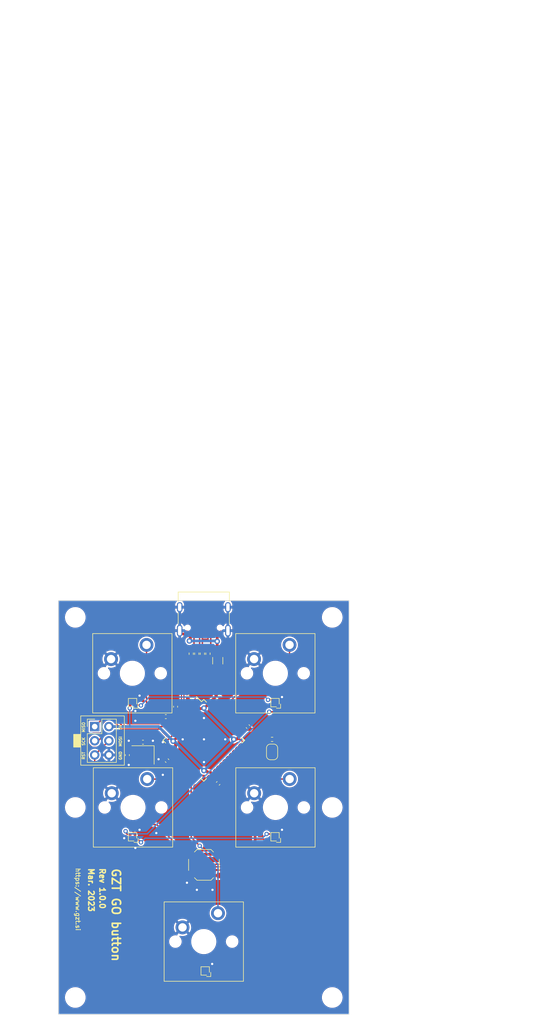
<source format=kicad_pcb>
(kicad_pcb (version 20221018) (generator pcbnew)
  (title_block (title "GO-button") (date "2023-03-08") (rev "1.0.0") (company "GZT") (comment 1 "Author: Gašper Doljak"))
  (layers (0 "F.Cu" signal) (31 "B.Cu" signal) (34 "B.Paste" user) (35 "F.Paste" user) (36 "B.SilkS" user "B.Silkscreen") (37 "F.SilkS" user "F.Silkscreen") (38 "B.Mask" user) (39 "F.Mask" user) (44 "Edge.Cuts" user))
  (net 0 "")
  (net 1 "GND")
  (net 2 "Net-(U1-UCAP)")
  (net 3 "+5V")
  (net 4 "/MOSI")
  (net 5 "Net-(F1-Pad2)")
  (net 6 "/CC1")
  (net 7 "Net-(J1-D+-PadA6)")
  (net 8 "Net-(J1-D--PadA7)")
  (net 10 "/CC2")
  (net 12 "/SCK")
  (net 13 "/MISO")
  (net 14 "/~RESET")
  (net 15 "/~HWB")
  (net 16 "/D-")
  (net 17 "/D+")
  (net 18 "/SW1")
  (net 19 "/SW3")
  (net 20 "/SW5")
  (net 21 "/SW2")
  (net 22 "/SW4")
  (net 31 "Net-(D1-DOUT)")
  (net 32 "Net-(D2-DOUT)")
  (net 40 "/XTAL1")
  (net 41 "/XTAL2")
  (net 42 "Net-(D4-DOUT)")
  (net 43 "Net-(D3-DOUT)")
  (footprint "Capacitor_SMD:C_0402_1005Metric" (layer "F.Cu") (at 131.572 76.2 135)
    (fp_text reference "C7" hide)
    (fp_text value "0.1uF")
    (pad "1" smd roundrect (at -0.48 0 135) (size 0.56 0.62) (layers "F.Cu" "F.Paste" "F.Mask") (net 1 "GND"))
    (pad "2" smd roundrect (at 0.48 0 135) (size 0.56 0.62) (layers "F.Cu" "F.Paste" "F.Mask") (net 3 "+5V"))
  )
  (footprint "MountingHole:MountingHole_3.2mm_M3_ISO14580" (layer "F.Cu") (at 152 96)
    (fp_text reference "REF**" hide)
    (fp_text value "MountingHole_3.2mm_M3_ISO14580")
    (pad "" np_thru_hole circle (at 0 0) (size 3.2 3.2) (drill 3.2) (layers "*.Cu" "*.Mask"))
  )
  (footprint "Package_QFP:TQFP-44_10x10mm_P0.8mm" (layer "F.Cu") (at 129 84 -45)
    (fp_text reference "U1" hide)
    (fp_text value "ATmega32U4-A")
    (pad "1" smd rect (at -5.7 -4 315) (size 1.5 0.55) (layers "F.Cu" "F.Paste" "F.Mask"))
    (pad "2" smd rect (at -5.7 -3.2 315) (size 1.5 0.55) (layers "F.Cu" "F.Paste" "F.Mask") (net 3 "+5V"))
    (pad "3" smd rect (at -5.7 -2.4 315) (size 1.5 0.55) (layers "F.Cu" "F.Paste" "F.Mask") (net 16 "/D-"))
    (pad "4" smd rect (at -5.7 -1.6 315) (size 1.5 0.55) (layers "F.Cu" "F.Paste" "F.Mask") (net 17 "/D+"))
    (pad "5" smd rect (at -5.7 -0.8 315) (size 1.5 0.55) (layers "F.Cu" "F.Paste" "F.Mask") (net 1 "GND"))
    (pad "6" smd rect (at -5.7 0 315) (size 1.5 0.55) (layers "F.Cu" "F.Paste" "F.Mask") (net 2 "Net-(U1-UCAP)"))
    (pad "7" smd rect (at -5.7 0.8 315) (size 1.5 0.55) (layers "F.Cu" "F.Paste" "F.Mask") (net 3 "+5V"))
    (pad "8" smd rect (at -5.7 1.6 315) (size 1.5 0.55) (layers "F.Cu" "F.Paste" "F.Mask") (net 18 "/SW1"))
    (pad "9" smd rect (at -5.7 2.4 315) (size 1.5 0.55) (layers "F.Cu" "F.Paste" "F.Mask") (net 12 "/SCK"))
    (pad "10" smd rect (at -5.7 3.2 315) (size 1.5 0.55) (layers "F.Cu" "F.Paste" "F.Mask") (net 4 "/MOSI"))
    (pad "11" smd rect (at -5.7 4 315) (size 1.5 0.55) (layers "F.Cu" "F.Paste" "F.Mask") (net 13 "/MISO"))
    (pad "12" smd rect (at -4 5.7 45) (size 1.5 0.55) (layers "F.Cu" "F.Paste" "F.Mask"))
    (pad "13" smd rect (at -3.2 5.7 45) (size 1.5 0.55) (layers "F.Cu" "F.Paste" "F.Mask") (net 14 "/~RESET"))
    (pad "14" smd rect (at -2.4 5.7 45) (size 1.5 0.55) (layers "F.Cu" "F.Paste" "F.Mask") (net 3 "+5V"))
    (pad "15" smd rect (at -1.6 5.7 45) (size 1.5 0.55) (layers "F.Cu" "F.Paste" "F.Mask") (net 1 "GND"))
    (pad "16" smd rect (at -0.8 5.7 45) (size 1.5 0.55) (layers "F.Cu" "F.Paste" "F.Mask") (net 41 "/XTAL2"))
    (pad "17" smd rect (at 0 5.7 45) (size 1.5 0.55) (layers "F.Cu" "F.Paste" "F.Mask") (net 40 "/XTAL1"))
    (pad "18" smd rect (at 0.8 5.7 45) (size 1.5 0.55) (layers "F.Cu" "F.Paste" "F.Mask") (net 19 "/SW3"))
    (pad "19" smd rect (at 1.6 5.7 45) (size 1.5 0.55) (layers "F.Cu" "F.Paste" "F.Mask"))
    (pad "20" smd rect (at 2.4 5.7 45) (size 1.5 0.55) (layers "F.Cu" "F.Paste" "F.Mask"))
    (pad "21" smd rect (at 3.2 5.7 45) (size 1.5 0.55) (layers "F.Cu" "F.Paste" "F.Mask"))
    (pad "22" smd rect (at 4 5.7 45) (size 1.5 0.55) (layers "F.Cu" "F.Paste" "F.Mask") (net 20 "/SW5"))
    (pad "23" smd rect (at 5.7 4 315) (size 1.5 0.55) (layers "F.Cu" "F.Paste" "F.Mask") (net 1 "GND"))
    (pad "24" smd rect (at 5.7 3.2 315) (size 1.5 0.55) (layers "F.Cu" "F.Paste" "F.Mask") (net 3 "+5V"))
    (pad "25" smd rect (at 5.7 2.4 315) (size 1.5 0.55) (layers "F.Cu" "F.Paste" "F.Mask") (net 22 "/SW4"))
    (pad "26" smd rect (at 5.7 1.6 315) (size 1.5 0.55) (layers "F.Cu" "F.Paste" "F.Mask"))
    (pad "27" smd rect (at 5.7 0.8 315) (size 1.5 0.55) (layers "F.Cu" "F.Paste" "F.Mask"))
    (pad "28" smd rect (at 5.7 0 315) (size 1.5 0.55) (layers "F.Cu" "F.Paste" "F.Mask"))
    (pad "29" smd rect (at 5.7 -0.8 315) (size 1.5 0.55) (layers "F.Cu" "F.Paste" "F.Mask"))
    (pad "30" smd rect (at 5.7 -1.6 315) (size 1.5 0.55) (layers "F.Cu" "F.Paste" "F.Mask"))
    (pad "31" smd rect (at 5.7 -2.4 315) (size 1.5 0.55) (layers "F.Cu" "F.Paste" "F.Mask"))
    (pad "32" smd rect (at 5.7 -3.2 315) (size 1.5 0.55) (layers "F.Cu" "F.Paste" "F.Mask"))
    (pad "33" smd rect (at 5.7 -4 315) (size 1.5 0.55) (layers "F.Cu" "F.Paste" "F.Mask") (net 15 "/~HWB"))
    (pad "34" smd rect (at 4 -5.7 45) (size 1.5 0.55) (layers "F.Cu" "F.Paste" "F.Mask") (net 3 "+5V"))
    (pad "35" smd rect (at 3.2 -5.7 45) (size 1.5 0.55) (layers "F.Cu" "F.Paste" "F.Mask") (net 1 "GND"))
    (pad "36" smd rect (at 2.4 -5.7 45) (size 1.5 0.55) (layers "F.Cu" "F.Paste" "F.Mask"))
    (pad "37" smd rect (at 1.6 -5.7 45) (size 1.5 0.55) (layers "F.Cu" "F.Paste" "F.Mask"))
    (pad "38" smd rect (at 0.8 -5.7 45) (size 1.5 0.55) (layers "F.Cu" "F.Paste" "F.Mask"))
    (pad "39" smd rect (at 0 -5.7 45) (size 1.5 0.55) (layers "F.Cu" "F.Paste" "F.Mask"))
    (pad "40" smd rect (at -0.8 -5.7 45) (size 1.5 0.55) (layers "F.Cu" "F.Paste" "F.Mask"))
    (pad "41" smd rect (at -1.6 -5.7 45) (size 1.5 0.55) (layers "F.Cu" "F.Paste" "F.Mask") (net 21 "/SW2"))
    (pad "42" smd rect (at -2.4 -5.7 45) (size 1.5 0.55) (layers "F.Cu" "F.Paste" "F.Mask"))
    (pad "43" smd rect (at -3.2 -5.7 45) (size 1.5 0.55) (layers "F.Cu" "F.Paste" "F.Mask") (net 1 "GND"))
    (pad "44" smd rect (at -4 -5.7 45) (size 1.5 0.55) (layers "F.Cu" "F.Paste" "F.Mask") (net 3 "+5V"))
  )
  (footprint "MountingHole:MountingHole_3.2mm_M3_ISO14580" (layer "F.Cu") (at 106 62)
    (fp_text reference "REF**" hide)
    (fp_text value "MountingHole_3.2mm_M3_ISO14580")
    (pad "" np_thru_hole circle (at 0 0) (size 3.2 3.2) (drill 3.2) (layers "*.Cu" "*.Mask"))
  )
  (footprint "Crystal:Crystal_SMD_3225-4Pin_3.2x2.5mm" (layer "F.Cu") (at 118.11 86.614 180)
    (fp_text reference "Y1" hide)
    (fp_text value "X322516MLB4SI")
    (pad "1" smd rect (at -1.1 0.85 180) (size 1.4 1.2) (layers "F.Cu" "F.Paste" "F.Mask") (net 41 "/XTAL2"))
    (pad "2" smd rect (at 1.1 0.85 180) (size 1.4 1.2) (layers "F.Cu" "F.Paste" "F.Mask") (net 1 "GND"))
    (pad "3" smd rect (at 1.1 -0.85 180) (size 1.4 1.2) (layers "F.Cu" "F.Paste" "F.Mask") (net 40 "/XTAL1"))
    (pad "4" smd rect (at -1.1 -0.85 180) (size 1.4 1.2) (layers "F.Cu" "F.Paste" "F.Mask") (net 1 "GND"))
  )
  (footprint "LED_SMD:XL-1010RGBC-WS2812B" (layer "F.Cu") (at 129.25 125.25 180)
    (fp_text reference "D5" hide)
    (fp_text value "WS2812")
    (pad "1" smd rect (at -0.425 -0.425 180) (size 0.45 0.45) (layers "F.Cu" "F.Paste" "F.Mask"))
    (pad "2" smd rect (at 0.425 -0.425 180) (size 0.45 0.45) (layers "F.Cu" "F.Paste" "F.Mask") (net 3 "+5V"))
    (pad "3" smd rect (at -0.425 0.425 180) (size 0.45 0.45) (layers "F.Cu" "F.Paste" "F.Mask") (net 1 "GND"))
    (pad "4" smd rect (at 0.425 0.425 180) (size 0.45 0.45) (layers "F.Cu" "F.Paste" "F.Mask") (net 42 "Net-(D4-DOUT)"))
  )
  (footprint "MountingHole:MountingHole_3.2mm_M3_ISO14580" (layer "F.Cu") (at 152 62)
    (fp_text reference "REF**" hide)
    (fp_text value "MountingHole_3.2mm_M3_ISO14580")
    (pad "" np_thru_hole circle (at 0 0) (size 3.2 3.2) (drill 3.2) (layers "*.Cu" "*.Mask"))
  )
  (footprint "Resistor_SMD:R_0402_1005Metric" (layer "F.Cu") (at 126.75 68.5 -90)
    (fp_text reference "R2" hide)
    (fp_text value "5k1")
    (pad "1" smd roundrect (at -0.51 0 270) (size 0.54 0.64) (layers "F.Cu" "F.Paste" "F.Mask") (net 10 "/CC2"))
    (pad "2" smd roundrect (at 0.51 0 270) (size 0.54 0.64) (layers "F.Cu" "F.Paste" "F.Mask") (net 1 "GND"))
  )
  (footprint "Jumper:SolderJumper-2_P1.3mm_Bridged_RoundedPad1.0x1.5mm" (layer "F.Cu") (at 141.226 86.07 -90)
    (fp_text reference "JP1" hide)
    (fp_text value "SolderJumper_2_Bridged")
    (fp_poly (pts (xy 0.25 -0.3) (xy -0.25 -0.3) (xy -0.25 0.3) (xy 0.25 0.3)) (fill solid) (layer "F.Cu"))
    (pad "1" smd custom (at -0.65 0 270) (size 1 0.5) (layers "F.Cu" "F.Mask") (net 15 "/~HWB") (options (clearance outline) (anchor rect)) (primitives (gr_circle (center 0 0.25) (end 0.5 0.25) (width 0) (fill yes)) (gr_circle (center 0 -0.25) (end 0.5 -0.25) (width 0) (fill yes)) (gr_poly (pts (xy 0.5 0.75) (xy 0 0.75) (xy 0 -0.75) (xy 0.5 -0.75)) (width 0) (fill yes))))
    (pad "2" smd custom (at 0.65 0 270) (size 1 0.5) (layers "F.Cu" "F.Mask") (net 1 "GND") (options (clearance outline) (anchor rect)) (primitives (gr_circle (center 0 0.25) (end 0.5 0.25) (width 0) (fill yes)) (gr_circle (center 0 -0.25) (end 0.5 -0.25) (width 0) (fill yes)) (gr_poly (pts (xy 0 0.75) (xy -0.5 0.75) (xy -0.5 -0.75) (xy 0 -0.75)) (width 0) (fill yes))))
  )
  (footprint "Capacitor_SMD:C_0402_1005Metric" (layer "F.Cu") (at 123.952 77.978 -90)
    (fp_text reference "C3" hide)
    (fp_text value "0.1uF")
    (pad "1" smd roundrect (at -0.48 0 270) (size 0.56 0.62) (layers "F.Cu" "F.Paste" "F.Mask") (net 1 "GND"))
    (pad "2" smd roundrect (at 0.48 0 270) (size 0.56 0.62) (layers "F.Cu" "F.Paste" "F.Mask") (net 2 "Net-(U1-UCAP)"))
  )
  (footprint "MountingHole:MountingHole_3.2mm_M3_ISO14580" (layer "F.Cu") (at 106 96)
    (fp_text reference "REF**" hide)
    (fp_text value "MountingHole_3.2mm_M3_ISO14580")
    (pad "" np_thru_hole circle (at 0 0) (size 3.2 3.2) (drill 3.2) (layers "*.Cu" "*.Mask"))
  )
  (footprint "Capacitor_SMD:C_0402_1005Metric" (layer "F.Cu") (at 122.202 79.756)
    (fp_text reference "C9" hide)
    (fp_text value "10uF")
    (pad "1" smd roundrect (at -0.48 0) (size 0.56 0.62) (layers "F.Cu" "F.Paste" "F.Mask") (net 1 "GND"))
    (pad "2" smd roundrect (at 0.48 0) (size 0.56 0.62) (layers "F.Cu" "F.Paste" "F.Mask") (net 3 "+5V"))
  )
  (footprint "Capacitor_SMD:C_0402_1005Metric" (layer "F.Cu") (at 115.316 86.642 -90)
    (fp_text reference "C1" hide)
    (fp_text value "22pF")
    (pad "1" smd roundrect (at -0.48 0 270) (size 0.56 0.62) (layers "F.Cu" "F.Paste" "F.Mask") (net 1 "GND"))
    (pad "2" smd roundrect (at 0.48 0 270) (size 0.56 0.62) (layers "F.Cu" "F.Paste" "F.Mask") (net 40 "/XTAL1"))
  )
  (footprint "Connector_USB:USB_C_Receptacle_G-Switch_GT-USB-7010ASV" (layer "F.Cu") (at 129 61.25 180)
    (fp_text reference "J1" hide)
    (fp_text value "GT-USB-7010ASV")
    (pad "" np_thru_hole circle (at -2.89 -2.605 180) (size 0.65 0.65) (drill 0.65) (layers "*.Cu" "*.Mask"))
    (pad "" np_thru_hole circle (at 2.89 -2.605 180) (size 0.65 0.65) (drill 0.65) (layers "*.Cu" "*.Mask"))
    (pad "A1" smd rect (at -3.2 -3.725 180) (size 0.6 1.24) (layers "F.Cu" "F.Paste" "F.Mask") (net 1 "GND"))
    (pad "A4" smd rect (at -2.4 -3.725 180) (size 0.6 1.24) (layers "F.Cu" "F.Paste" "F.Mask") (net 5 "Net-(F1-Pad2)"))
    (pad "A5" smd rect (at -1.25 -3.725 180) (size 0.3 1.24) (layers "F.Cu" "F.Paste" "F.Mask") (net 6 "/CC1"))
    (pad "A6" smd rect (at -0.25 -3.725 180) (size 0.3 1.24) (layers "F.Cu" "F.Paste" "F.Mask") (net 7 "Net-(J1-D+-PadA6)"))
    (pad "A7" smd rect (at 0.25 -3.725 180) (size 0.3 1.24) (layers "F.Cu" "F.Paste" "F.Mask") (net 8 "Net-(J1-D--PadA7)"))
    (pad "A8" smd rect (at 1.25 -3.725 180) (size 0.3 1.24) (layers "F.Cu" "F.Paste" "F.Mask"))
    (pad "A9" smd rect (at 2.4 -3.725 180) (size 0.6 1.24) (layers "F.Cu" "F.Paste" "F.Mask") (net 5 "Net-(F1-Pad2)"))
    (pad "A12" smd rect (at 3.2 -3.725 180) (size 0.6 1.24) (layers "F.Cu" "F.Paste" "F.Mask") (net 1 "GND"))
    (pad "B1" smd rect (at 3.2 -3.725 180) (size 0.6 1.24) (layers "F.Cu" "F.Paste" "F.Mask") (net 1 "GND"))
    (pad "B4" smd rect (at 2.4 -3.725 180) (size 0.6 1.24) (layers "F.Cu" "F.Paste" "F.Mask") (net 5 "Net-(F1-Pad2)"))
    (pad "B5" smd rect (at 1.75 -3.725 180) (size 0.3 1.24) (layers "F.Cu" "F.Paste" "F.Mask") (net 10 "/CC2"))
    (pad "B6" smd rect (at 0.75 -3.725 180) (size 0.3 1.24) (layers "F.Cu" "F.Paste" "F.Mask") (net 7 "Net-(J1-D+-PadA6)"))
    (pad "B7" smd rect (at -0.75 -3.725 180) (size 0.3 1.24) (layers "F.Cu" "F.Paste" "F.Mask") (net 8 "Net-(J1-D--PadA7)"))
    (pad "B8" smd rect (at -1.75 -3.725 180) (size 0.3 1.24) (layers "F.Cu" "F.Paste" "F.Mask"))
    (pad "B9" smd rect (at -2.4 -3.725 180) (size 0.6 1.24) (layers "F.Cu" "F.Paste" "F.Mask") (net 5 "Net-(F1-Pad2)"))
    (pad "B12" smd rect (at -3.2 -3.725 180) (size 0.6 1.24) (layers "F.Cu" "F.Paste" "F.Mask") (net 1 "GND"))
    (pad "S1" thru_hole oval (at -4.32 -3.125 180) (size 1 2.1) (drill oval 0.6 1.7) (layers "*.Cu" "*.Mask") (net 1 "GND"))
    (pad "S1" thru_hole oval (at -4.32 1.075 180) (size 1 1.8) (drill oval 0.6 1.4) (layers "*.Cu" "*.Mask") (net 1 "GND"))
    (pad "S1" thru_hole oval (at 4.32 -3.125 180) (size 1 2.1) (drill oval 0.6 1.7) (layers "*.Cu" "*.Mask") (net 1 "GND"))
    (pad "S1" thru_hole oval (at 4.32 1.075 180) (size 1 1.8) (drill oval 0.6 1.4) (layers "*.Cu" "*.Mask") (net 1 "GND"))
  )
  (footprint "LED_SMD:XL-1010RGBC-WS2812B" (layer "F.Cu") (at 116.25 101.25 180)
    (fp_text reference "D3" hide)
    (fp_text value "WS2812")
    (pad "1" smd rect (at -0.425 -0.425 180) (size 0.45 0.45) (layers "F.Cu" "F.Paste" "F.Mask") (net 43 "Net-(D3-DOUT)"))
    (pad "2" smd rect (at 0.425 -0.425 180) (size 0.45 0.45) (layers "F.Cu" "F.Paste" "F.Mask") (net 3 "+5V"))
    (pad "3" smd rect (at -0.425 0.425 180) (size 0.45 0.45) (layers "F.Cu" "F.Paste" "F.Mask") (net 1 "GND"))
    (pad "4" smd rect (at 0.425 0.425 180) (size 0.45 0.45) (layers "F.Cu" "F.Paste" "F.Mask") (net 32 "Net-(D2-DOUT)"))
  )
  (footprint "LED_SMD:XL-1010RGBC-WS2812B" (layer "F.Cu") (at 141.75 77.25 180)
    (fp_text reference "D2" hide)
    (fp_text value "WS2812")
    (pad "1" smd rect (at -0.425 -0.425 180) (size 0.45 0.45) (layers "F.Cu" "F.Paste" "F.Mask") (net 32 "Net-(D2-DOUT)"))
    (pad "2" smd rect (at 0.425 -0.425 180) (size 0.45 0.45) (layers "F.Cu" "F.Paste" "F.Mask") (net 3 "+5V"))
    (pad "3" smd rect (at -0.425 0.425 180) (size 0.45 0.45) (layers "F.Cu" "F.Paste" "F.Mask") (net 1 "GND"))
    (pad "4" smd rect (at 0.425 0.425 180) (size 0.45 0.45) (layers "F.Cu" "F.Paste" "F.Mask") (net 31 "Net-(D1-DOUT)"))
  )
  (footprint "Resistor_SMD:R_0402_1005Metric" (layer "F.Cu") (at 141.226 83.82 180)
    (fp_text reference "R5" hide)
    (fp_text value "10k")
    (pad "1" smd roundrect (at -0.51 0 180) (size 0.54 0.64) (layers "F.Cu" "F.Paste" "F.Mask") (net 15 "/~HWB"))
    (pad "2" smd roundrect (at 0.51 0 180) (size 0.54 0.64) (layers "F.Cu" "F.Paste" "F.Mask") (net 3 "+5V"))
  )
  (footprint "PCM_Switch_Keyboard_Cherry_MX:SW_Cherry_MX_PCB" (layer "F.Cu") (at 116.33 96)
    (fp_text reference "SW3" hide)
    (fp_text value "SW_Push")
    (pad "" np_thru_hole circle (at -5.08 0) (size 1.75 1.75) (drill 1.75) (layers "*.Cu" "*.Mask"))
    (pad "" np_thru_hole circle (at 0 0) (size 4 4) (drill 4) (layers "*.Cu" "*.Mask"))
    (pad "" np_thru_hole circle (at 5.08 0) (size 1.75 1.75) (drill 1.75) (layers "*.Cu" "*.Mask"))
    (pad "1" thru_hole circle (at -3.81 -2.54) (size 2.5 2.5) (drill 1.5) (layers "*.Cu" "B.Mask") (net 1 "GND"))
    (pad "2" thru_hole circle (at 2.54 -5.08) (size 2.5 2.5) (drill 1.5) (layers "*.Cu" "B.Mask") (net 19 "/SW3"))
  )
  (footprint "Resistor_SMD:R_0402_1005Metric" (layer "F.Cu") (at 129.75 68.5 -90)
    (fp_text reference "R1" hide)
    (fp_text value "5k1")
    (pad "1" smd roundrect (at -0.51 0 270) (size 0.54 0.64) (layers "F.Cu" "F.Paste" "F.Mask") (net 6 "/CC1"))
    (pad "2" smd roundrect (at 0.51 0 270) (size 0.54 0.64) (layers "F.Cu" "F.Paste" "F.Mask") (net 1 "GND"))
  )
  (footprint "Capacitor_SMD:C_0402_1005Metric" (layer "F.Cu") (at 126.492 76.2 -135)
    (fp_text reference "C8" hide)
    (fp_text value "10uF")
    (pad "1" smd roundrect (at -0.48 0 225) (size 0.56 0.62) (layers "F.Cu" "F.Paste" "F.Mask") (net 1 "GND"))
    (pad "2" smd roundrect (at 0.48 0 225) (size 0.56 0.62) (layers "F.Cu" "F.Paste" "F.Mask") (net 3 "+5V"))
  )
  (footprint "LED_SMD:XL-1010RGBC-WS2812B" (layer "F.Cu") (at 141.75 101.25 180)
    (fp_text reference "D4" hide)
    (fp_text value "WS2812")
    (pad "1" smd rect (at -0.425 -0.425 180) (size 0.45 0.45) (layers "F.Cu" "F.Paste" "F.Mask") (net 42 "Net-(D4-DOUT)"))
    (pad "2" smd rect (at 0.425 -0.425 180) (size 0.45 0.45) (layers "F.Cu" "F.Paste" "F.Mask") (net 3 "+5V"))
    (pad "3" smd rect (at -0.425 0.425 180) (size 0.45 0.45) (layers "F.Cu" "F.Paste" "F.Mask") (net 1 "GND"))
    (pad "4" smd rect (at 0.425 0.425 180) (size 0.45 0.45) (layers "F.Cu" "F.Paste" "F.Mask") (net 43 "Net-(D3-DOUT)"))
  )
  (footprint "PCM_Switch_Keyboard_Cherry_MX:SW_Cherry_MX_PCB" (layer "F.Cu") (at 141.81 72)
    (fp_text reference "SW2" hide)
    (fp_text value "SW_Push")
    (pad "" np_thru_hole circle (at -5.08 0) (size 1.75 1.75) (drill 1.75) (layers "*.Cu" "*.Mask"))
    (pad "" np_thru_hole circle (at 0 0) (size 4 4) (drill 4) (layers "*.Cu" "*.Mask"))
    (pad "" np_thru_hole circle (at 5.08 0) (size 1.75 1.75) (drill 1.75) (layers "*.Cu" "*.Mask"))
    (pad "1" thru_hole circle (at -3.81 -2.54) (size 2.5 2.5) (drill 1.5) (layers "*.Cu" "B.Mask") (net 1 "GND"))
    (pad "2" thru_hole circle (at 2.54 -5.08) (size 2.5 2.5) (drill 1.5) (layers "*.Cu" "B.Mask") (net 21 "/SW2"))
  )
  (footprint "Capacitor_SMD:C_0402_1005Metric" (layer "F.Cu") (at 118.11 84.328)
    (fp_text reference "C2" hide)
    (fp_text value "22pF")
    (pad "1" smd roundrect (at -0.48 0) (size 0.56 0.62) (layers "F.Cu" "F.Paste" "F.Mask") (net 1 "GND"))
    (pad "2" smd roundrect (at 0.48 0) (size 0.56 0.62) (layers "F.Cu" "F.Paste" "F.Mask") (net 41 "/XTAL2"))
  )
  (footprint "PCM_Switch_Keyboard_Cherry_MX:SW_Cherry_MX_PCB" (layer "F.Cu") (at 129 120)
    (fp_text reference "SW5" hide)
    (fp_text value "SW_Push")
    (pad "" np_thru_hole circle (at -5.08 0) (size 1.75 1.75) (drill 1.75) (layers "*.Cu" "*.Mask"))
    (pad "" np_thru_hole circle (at 0 0) (size 4 4) (drill 4) (layers "*.Cu" "*.Mask"))
    (pad "" np_thru_hole circle (at 5.08 0) (size 1.75 1.75) (drill 1.75) (layers "*.Cu" "*.Mask"))
    (pad "1" thru_hole circle (at -3.81 -2.54) (size 2.5 2.5) (drill 1.5) (layers "*.Cu" "B.Mask") (net 1 "GND"))
    (pad "2" thru_hole circle (at 2.54 -5.08) (size 2.5 2.5) (drill 1.5) (layers "*.Cu" "B.Mask") (net 20 "/SW5"))
  )
  (footprint "LED_SMD:XL-1010RGBC-WS2812B" (layer "F.Cu") (at 116.25 77.25 180)
    (fp_text reference "D1" hide)
    (fp_text value "WS2812")
    (pad "1" smd rect (at -0.425 -0.425 180) (size 0.45 0.45) (layers "F.Cu" "F.Paste" "F.Mask") (net 31 "Net-(D1-DOUT)"))
    (pad "2" smd rect (at 0.425 -0.425 180) (size 0.45 0.45) (layers "F.Cu" "F.Paste" "F.Mask") (net 3 "+5V"))
    (pad "3" smd rect (at -0.425 0.425 180) (size 0.45 0.45) (layers "F.Cu" "F.Paste" "F.Mask") (net 1 "GND"))
    (pad "4" smd rect (at 0.425 0.425 180) (size 0.45 0.45) (layers "F.Cu" "F.Paste" "F.Mask") (net 4 "/MOSI"))
  )
  (footprint "Capacitor_SMD:C_0402_1005Metric" (layer "F.Cu") (at 131.572 91.694 45)
    (fp_text reference "C4" hide)
    (fp_text value "0.1uF")
    (pad "1" smd roundrect (at -0.48 0 45) (size 0.56 0.62) (layers "F.Cu" "F.Paste" "F.Mask") (net 1 "GND"))
    (pad "2" smd roundrect (at 0.48 0 45) (size 0.56 0.62) (layers "F.Cu" "F.Paste" "F.Mask") (net 3 "+5V"))
  )
  (footprint "Resistor_SMD:R_0402_1005Metric" (layer "F.Cu") (at 127.75 68.5 -90)
    (fp_text reference "R4" hide)
    (fp_text value "22E")
    (pad "1" smd roundrect (at -0.51 0 270) (size 0.54 0.64) (layers "F.Cu" "F.Paste" "F.Mask") (net 7 "Net-(J1-D+-PadA6)"))
    (pad "2" smd roundrect (at 0.51 0 270) (size 0.54 0.64) (layers "F.Cu" "F.Paste" "F.Mask") (net 17 "/D+"))
  )
  (footprint "Capacitor_SMD:C_0402_1005Metric" (layer "F.Cu") (at 122.428 87.63 135)
    (fp_text reference "C6" hide)
    (fp_text value "0.1uF")
    (pad "1" smd roundrect (at -0.48 0 135) (size 0.56 0.62) (layers "F.Cu" "F.Paste" "F.Mask") (net 1 "GND"))
    (pad "2" smd roundrect (at 0.48 0 135) (size 0.56 0.62) (layers "F.Cu" "F.Paste" "F.Mask") (net 3 "+5V"))
  )
  (footprint "Capacitor_SMD:C_0402_1005Metric" (layer "F.Cu") (at 136.906 81.534 -45)
    (fp_text reference "C5" hide)
    (fp_text value "0.1uF")
    (pad "1" smd roundrect (at -0.48 0 315) (size 0.56 0.62) (layers "F.Cu" "F.Paste" "F.Mask") (net 1 "GND"))
    (pad "2" smd roundrect (at 0.48 0 315) (size 0.56 0.62) (layers "F.Cu" "F.Paste" "F.Mask") (net 3 "+5V"))
  )
  (footprint "Fuse:Fuse_1206_3216Metric" (layer "F.Cu") (at 131.5 69.75 90)
    (fp_text reference "F1" hide)
    (fp_text value "JK-nSMD050SF")
    (pad "1" smd roundrect (at -1.4 0 90) (size 1.25 1.75) (layers "F.Cu" "F.Paste" "F.Mask") (roundrect_rratio 0.2) (net 3 "+5V"))
    (pad "2" smd roundrect (at 1.4 0 90) (size 1.25 1.75) (layers "F.Cu" "F.Paste" "F.Mask") (roundrect_rratio 0.2) (net 5 "Net-(F1-Pad2)"))
  )
  (footprint "MountingHole:MountingHole_3.2mm_M3_ISO14580" (layer "F.Cu") (at 152 130)
    (fp_text reference "REF**" hide)
    (fp_text value "MountingHole_3.2mm_M3_ISO14580")
    (pad "" np_thru_hole circle (at 0 0) (size 3.2 3.2) (drill 3.2) (layers "*.Cu" "*.Mask"))
  )
  (footprint "Button_Switch_SMD:SW_SPST_TL3342" (layer "F.Cu") (at 129.032 106.274)
    (fp_text reference "SW6" hide)
    (fp_text value "TS-1187A-B-A-B")
    (pad "1" smd rect (at -3.15 -1.9) (size 1.7 1) (layers "F.Cu" "F.Paste" "F.Mask") (net 14 "/~RESET"))
    (pad "1" smd rect (at 3.15 -1.9) (size 1.7 1) (layers "F.Cu" "F.Paste" "F.Mask") (net 14 "/~RESET"))
    (pad "2" smd rect (at -3.15 1.9) (size 1.7 1) (layers "F.Cu" "F.Paste" "F.Mask") (net 1 "GND"))
    (pad "2" smd rect (at 3.15 1.9) (size 1.7 1) (layers "F.Cu" "F.Paste" "F.Mask") (net 1 "GND"))
  )
  (footprint "PCM_Switch_Keyboard_Cherry_MX:SW_Cherry_MX_PCB" (layer "F.Cu") (at 116.21 72)
    (fp_text reference "SW1" hide)
    (fp_text value "SW_Push")
    (pad "" np_thru_hole circle (at -5.08 0) (size 1.75 1.75) (drill 1.75) (layers "*.Cu" "*.Mask"))
    (pad "" np_thru_hole circle (at 0 0) (size 4 4) (drill 4) (layers "*.Cu" "*.Mask"))
    (pad "" np_thru_hole circle (at 5.08 0) (size 1.75 1.75) (drill 1.75) (layers "*.Cu" "*.Mask"))
    (pad "1" thru_hole circle (at -3.81 -2.54) (size 2.5 2.5) (drill 1.5) (layers "*.Cu" "B.Mask") (net 1 "GND"))
    (pad "2" thru_hole circle (at 2.54 -5.08) (size 2.5 2.5) (drill 1.5) (layers "*.Cu" "B.Mask") (net 18 "/SW1"))
  )
  (footprint "Connector:AVR_ISP_HEADER" (layer "F.Cu") (at 109.474 81.534)
    (fp_text reference "J2" hide)
    (fp_text value "AVR-ISP-6")
    (fp_text user "SCK" (at -1.992 2.6605 270) (layer "F.SilkS") (effects (font (size 0.5 0.5) (thickness 0.125))))
    (fp_text user "RST" (at -1.992 5.2005 270) (layer "F.SilkS") (effects (font (size 0.5 0.5) (thickness 0.125))))
    (fp_text user "MOSI" (at 4.612 2.6605 270) (layer "F.SilkS") (effects (font (size 0.5 0.5) (thickness 0.125))))
    (fp_text user "GND" (at 4.612 5.2005 270) (layer "F.SilkS") (effects (font (size 0.5 0.5) (thickness 0.125))))
    (fp_text user "5V" (at 4.612 0.1205 270) (layer "F.SilkS") (effects (font (size 0.5 0.5) (thickness 0.125))))
    (fp_text user "MISO" (at -1.992 0.1205 270) (layer "F.SilkS") (effects (font (size 0.5 0.5) (thickness 0.125))))
    (pad "1" thru_hole rect (at 0 0) (size 1.7 1.7) (drill 1) (layers "*.Cu" "*.Mask") (net 4 "/MOSI"))
    (pad "2" thru_hole oval (at 2.54 0) (size 1.7 1.7) (drill 1) (layers "*.Cu" "*.Mask") (net 3 "+5V"))
    (pad "3" thru_hole oval (at 0 2.54) (size 1.7 1.7) (drill 1) (layers "*.Cu" "*.Mask") (net 12 "/SCK"))
    (pad "4" thru_hole oval (at 2.54 2.54) (size 1.7 1.7) (drill 1) (layers "*.Cu" "*.Mask") (net 13 "/MISO"))
    (pad "5" thru_hole oval (at 0 5.08) (size 1.7 1.7) (drill 1) (layers "*.Cu" "*.Mask") (net 14 "/~RESET"))
    (pad "6" thru_hole oval (at 2.54 5.08) (size 1.7 1.7) (drill 1) (layers "*.Cu" "*.Mask") (net 1 "GND"))
  )
  (footprint "Resistor_SMD:R_0402_1005Metric" (layer "F.Cu") (at 128.75 68.5 -90)
    (fp_text reference "R3" hide)
    (fp_text value "22E")
    (pad "1" smd roundrect (at -0.51 0 270) (size 0.54 0.64) (layers "F.Cu" "F.Paste" "F.Mask") (net 8 "Net-(J1-D--PadA7)"))
    (pad "2" smd roundrect (at 0.51 0 270) (size 0.54 0.64) (layers "F.Cu" "F.Paste" "F.Mask") (net 16 "/D-"))
  )
  (footprint "MountingHole:MountingHole_3.2mm_M3_ISO14580" (layer "F.Cu") (at 106 130)
    (fp_text reference "REF**" hide)
    (fp_text value "MountingHole_3.2mm_M3_ISO14580")
    (pad "" np_thru_hole circle (at 0 0) (size 3.2 3.2) (drill 3.2) (layers "*.Cu" "*.Mask"))
  )
  (footprint "PCM_Switch_Keyboard_Cherry_MX:SW_Cherry_MX_PCB" (layer "F.Cu") (at 141.83 96)
    (fp_text reference "SW4" hide)
    (fp_text value "SW_Push")
    (pad "" np_thru_hole circle (at -5.08 0) (size 1.75 1.75) (drill 1.75) (layers "*.Cu" "*.Mask"))
    (pad "" np_thru_hole circle (at 0 0) (size 4 4) (drill 4) (layers "*.Cu" "*.Mask"))
    (pad "" np_thru_hole circle (at 5.08 0) (size 1.75 1.75) (drill 1.75) (layers "*.Cu" "*.Mask"))
    (pad "1" thru_hole circle (at -3.81 -2.54) (size 2.5 2.5) (drill 1.5) (layers "*.Cu" "B.Mask") (net 1 "GND"))
    (pad "2" thru_hole circle (at 2.54 -5.08) (size 2.5 2.5) (drill 1.5) (layers "*.Cu" "B.Mask") (net 22 "/SW4"))
  )
  (footprint "Symbol:GZT_LOGO_25mm" (layer "F.Cu") (at 145 117.5)
    (fp_text reference "REF**" hide)
    (fp_text value "GZT_LOGO_25mm" hide)
  )
  (gr_rect locked (start 103 59) (end 155 133) (stroke (width 0.1)) (fill none) (layer "Edge.Cuts"))
  (gr_text "https://www.gzt.si" (at 106 106.75 -90) (layer "F.SilkS") (effects (font (size 0.8 0.8)) (justify left bottom)))
  (gr_text "GZT GO button\n\n" (at 110 106.75 -90) (layer "F.SilkS") (effects (font (size 1.5 1.5) (thickness 0.3) bold) (justify left bottom)))
  (gr_text "Mar. 2023" (at 108.25 106.75 -90) (layer "F.SilkS") (effects (font (size 1 1) (thickness 0.25) bold) (justify left bottom)))
  (gr_text "Rev 1.0.0" (at 110.25 106.75 -90) (layer "F.SilkS") (effects (font (size 1 1) (thickness 0.25) bold) (justify left bottom)))
  (segment (start 124.587 78.455629) (end 125.535177 79.403806) (width 0.25) (layer "F.Cu") (net 1))
  (segment (start 119.720792 87.974792) (end 119.21 87.464) (width 0.25) (layer "F.Cu") (net 1))
  (segment (start 122.767411 87.969411) (end 122.76203 87.974792) (width 0.25) (layer "F.Cu") (net 1))
  (segment (start 115.316 86.162) (end 116.612 86.162) (width 0.25) (layer "F.Cu") (net 1))
  (segment (start 136.312589 81.194589) (end 135.29325 82.213928) (width 0.25) (layer "F.Cu") (net 1))
  (segment (start 135.29325 82.232233) (end 135.29325 82.213928) (width 0.25) (layer "F.Cu") (net 1))
  (segment (start 122.767847 87.969411) (end 123.83812 86.899138) (width 0.25) (layer "F.Cu") (net 1))
  (segment (start 131.911411 76.539411) (end 131.911411 76.563106) (width 0.25) (layer "F.Cu") (net 1))
  (segment (start 122.767411 87.969411) (end 122.767847 87.969411) (width 0.25) (layer "F.Cu") (net 1))
  (segment (start 136.566589 81.194589) (end 136.312589 81.194589) (width 0.25) (layer "F.Cu") (net 1))
  (segment (start 131.911411 76.563106) (end 130.767767 77.70675) (width 0.25) (layer "F.Cu") (net 1))
  (segment (start 122.76203 87.974792) (end 119.720792 87.974792) (width 0.25) (layer "F.Cu") (net 1))
  (segment (start 123.959609 77.498) (end 124.587 78.125391) (width 0.25) (layer "F.Cu") (net 1))
  (segment (start 116.612 86.162) (end 117.01 85.764) (width 0.25) (layer "F.Cu") (net 1))
  (segment (start 123.952 77.498) (end 123.959609 77.498) (width 0.25) (layer "F.Cu") (net 1))
  (segment (start 124.587 78.125391) (end 124.587 78.455629) (width 0.25) (layer "F.Cu") (net 1))
  (via (at 125.222 83.82) (size 0.8) (drill 0.4) (layers "F.Cu" "B.Cu") (net 1))
  (via (at 125.984 109.474) (size 0.8) (drill 0.4) (layers "F.Cu" "B.Cu") (net 1))
  (via (at 117.5 76) (size 0.8) (drill 0.4) (layers "F.Cu" "B.Cu") (net 1))
  (via (at 116.75 78.75) (size 0.8) (drill 0.4) (layers "F.Cu" "B.Cu") (net 1))
  (via (at 132.842 83.82) (size 0.8) (drill 0.4) (layers "F.Cu" "B.Cu") (net 1))
  (via (at 116.75 103.25) (size 0.8) (drill 0.4) (layers "F.Cu" "B.Cu") (net 1))
  (via (at 130.5 124) (size 0.8) (drill 0.4) (layers "F.Cu" "B.Cu") (net 1))
  (via (at 129.032 83.82) (size 0.8) (drill 0.4) (layers "F.Cu" "B.Cu") (net 1))
  (via (at 120.5 100.584) (size 0.8) (drill 0.4) (layers "F.Cu" "B.Cu") (net 1))
  (via (at 143 100) (size 0.8) (drill 0.4) (layers "F.Cu" "B.Cu") (net 1))
  (via (at 129.032 80.01) (size 0.8) (drill 0.4) (layers "F.Cu" "B.Cu") (net 1))
  (via (at 143 76.25) (size 0.8) (drill 0.4) (layers "F.Cu" "B.Cu") (net 1))
  (via (at 130.556 110.744) (size 0.8) (drill 0.4) (layers "F.Cu" "B.Cu") (net 1))
  (via (at 121.666 90.17) (size 0.8) (drill 0.4) (layers "F.Cu" "B.Cu") (net 1))
  (via (at 129.032 87.884) (size 0.8) (drill 0.4) (layers "F.Cu" "B.Cu") (net 1))
  (via (at 115.57 88.392) (size 0.8) (drill 0.4) (layers "F.Cu" "B.Cu") (net 1))
  (via (at 116.75 80.5) (size 0.8) (drill 0.4) (layers "F.Cu" "B.Cu") (net 1))
  (via (at 119.888 84.074) (size 0.8) (drill 0.4) (layers "F.Cu" "B.Cu") (net 1))
  (via (at 121.666 84.328) (size 0.8) (drill 0.4) (layers "F.Cu" "B.Cu") (net 1))
  (via (at 117.5 100) (size 0.8) (drill 0.4) (layers "F.Cu" "B.Cu") (net 1))
  (via (at 115.57 84.074) (size 0.8) (drill 0.4) (layers "F.Cu" "B.Cu") (net 1))
  (via (at 120.904 87.376) (size 0.8) (drill 0.4) (layers "F.Cu" "B.Cu") (net 1))
  (via (at 114.75 101.5) (size 0.8) (drill 0.4) (layers "F.Cu" "B.Cu") (net 1))
  (via (at 127.762 110.744) (size 0.8) (drill 0.4) (layers "F.Cu" "B.Cu") (net 1))
  (segment (start 123.952 78.458) (end 123.952 78.952) (width 0.25) (layer "F.Cu") (net 2))
  (segment (start 123.952 78.952) (end 124.969491 79.969491) (width 0.25) (layer "F.Cu") (net 2))
  (segment (start 135.896082 82.797918) (end 136.652 82.042) (width 0.5) (layer "F.Cu") (net 3))
  (segment (start 129.111146 78.232) (end 130.202082 77.141064) (width 0.5) (layer "F.Cu") (net 3))
  (segment (start 117.922 106.172) (end 128.778 106.172) (width 0.25) (layer "F.Cu") (net 3))
  (segment (start 138.176 100.33) (end 132.041792 94.195792) (width 0.5) (layer "F.Cu") (net 3))
  (segment (start 131.5 75.593178) (end 131.232589 75.860589) (width 0.5) (layer "F.Cu") (net 3))
  (segment (start 137.250792 81.86803) (end 137.250792 80.749208) (width 0.25) (layer "F.Cu") (net 3))
  (segment (start 134.366 83.82) (end 134.836854 83.82) (width 0.5) (layer "F.Cu") (net 3))
  (segment (start 115.825 101.675) (end 115.825 104.075) (width 0.25) (layer "F.Cu") (net 3))
  (segment (start 131.232589 76.110557) (end 130.202082 77.141064) (width 0.5) (layer "F.Cu") (net 3))
  (segment (start 123.51901 84.14901) (end 123.952 84.582) (width 0.5) (layer "F.Cu") (net 3))
  (segment (start 115.75 78.25) (end 115.75 77.75) (width 0.25) (layer "F.Cu") (net 3))
  (segment (start 115.825 104.075) (end 117.922 106.172) (width 0.25) (layer "F.Cu") (net 3))
  (segment (start 137.245411 81.873411) (end 137.250792 81.86803) (width 0.25) (layer "F.Cu") (net 3))
  (segment (start 128.778 116.222) (end 126.175 118.825) (width 0.25) (layer "F.Cu") (net 3))
  (segment (start 123.51901 84.14901) (end 125.012904 82.655116) (width 0.5) (layer "F.Cu") (net 3))
  (segment (start 123.272435 86.333452) (end 122.315298 87.290589) (width 0.5) (layer "F.Cu") (net 3))
  (segment (start 129.67981 89.684152) (end 130.158669 89.684152) (width 0.5) (layer "F.Cu") (net 3))
  (segment (start 122.315298 87.290589) (end 122.088589 87.290589) (width 0.5) (layer "F.Cu") (net 3))
  (segment (start 126.175 118.825) (end 126.175 124.175) (width 0.25) (layer "F.Cu") (net 3))
  (segment (start 134.836854 83.82) (end 135.858936 82.797918) (width 0.5) (layer "F.Cu") (net 3))
  (segment (start 123.952 84.582) (end 123.952 85.653887) (width 0.5) (layer "F.Cu") (net 3))
  (segment (start 131.232589 75.860589) (end 131.232589 76.110557) (width 0.5) (layer "F.Cu") (net 3))
  (segment (start 138.176 100.7) (end 138.176 100.33) (width 0.5) (layer "F.Cu") (net 3))
  (segment (start 128.778 106.172) (end 128.778 116.222) (width 0.25) (layer "F.Cu") (net 3))
  (segment (start 129.032 78.232) (end 128.948152 78.315848) (width 0.5) (layer "F.Cu") (net 3))
  (segment (start 135.549836 83.82) (end 134.366 83.82) (width 0.25) (layer "F.Cu") (net 3))
  (segment (start 138.176 100.7) (end 138.176 101.88005) (width 0.5) (layer "F.Cu") (net 3))
  (segment (start 139.783918 84.752082) (end 136.481918 84.752082) (width 0.25) (layer "F.Cu") (net 3))
  (segment (start 132.041792 91.48497) (end 131.911411 91.354589) (width 0.5) (layer "F.Cu") (net 3))
  (segment (start 132.041792 94.195792) (end 132.041792 91.48497) (width 0.5) (layer "F.Cu") (net 3))
  (segment (start 125.012904 81.144275) (end 124.403806 80.535177) (width 0.5) (layer "F.Cu") (net 3))
  (segment (start 127.675 125.675) (end 128.825 125.675) (width 0.25) (layer "F.Cu") (net 3))
  (segment (start 128.948152 78.315848) (end 127.841331 78.315848) (width 0.5) (layer "F.Cu") (net 3))
  (segment (start 135.858936 82.797918) (end 136.066904 82.797918) (width 0.25) (layer "F.Cu") (net 3))
  (segment (start 124.403806 80.535177) (end 123.624629 79.756) (width 0.5) (layer "F.Cu") (net 3))
  (segment (start 129.032 78.232) (end 129.111146 78.232) (width 0.5) (layer "F.Cu") (net 3))
  (segment (start 130.767767 90.29325) (end 130.850072 90.29325) (width 0.5) (layer "F.Cu") (net 3))
  (segment (start 138.176 101.88005) (end 133.88405 106.172) (width 0.25) (layer "F.Cu") (net 3))
  (segment (start 137.245411 81.873411) (end 136.991411 81.873411) (width 0.25) (layer "F.Cu") (net 3))
  (segment (start 125.012904 82.655116) (end 125.012904 81.144275) (width 0.5) (layer "F.Cu") (net 3))
  (segment (start 115.75 77.75) (end 115.825 77.675) (width 0.25) (layer "F.Cu") (net 3))
  (segment (start 137.250792 80.749208) (end 140.325 77.675) (width 0.25) (layer "F.Cu") (net 3))
  (segment (start 127.232233 77.70675) (end 127.232233 77.619055) (width 0.5) (layer "F.Cu") (net 3))
  (segment (start 131.5 71.15) (end 131.5 75.593178) (width 0.5) (layer "F.Cu") (net 3))
  (segment (start 136.652 82.042) (end 137.16 82.042) (width 0.5) (layer "F.Cu") (net 3))
  (segment (start 140.325 77.675) (end 141.325 77.675) (width 0.25) (layer "F.Cu") (net 3))
  (segment (start 141.325 101.675) (end 138.38105 101.675) (width 0.25) (layer "F.Cu") (net 3))
  (segment (start 123.624629 79.756) (end 122.682 79.756) (width 0.5) (layer "F.Cu") (net 3))
  (segment (start 129.032 89.408) (end 129.403658 89.408) (width 0.5) (layer "F.Cu") (net 3))
  (segment (start 135.858936 82.797918) (end 135.896082 82.797918) (width 0.5) (layer "F.Cu") (net 3))
  (segment (start 138.38105 101.675) (end 138.176 101.88005) (width 0.25) (layer "F.Cu") (net 3))
  (segment (start 123.952 85.653887) (end 123.272435 86.333452) (width 0.5) (layer "F.Cu") (net 3))
  (segment (start 130.850072 90.29325) (end 131.911411 91.354589) (width 0.5) (layer "F.Cu") (net 3))
  (segment (start 136.481918 84.752082) (end 135.549836 83.82) (width 0.25) (layer "F.Cu") (net 3))
  (segment (start 130.158669 89.684152) (end 130.767767 90.29325) (width 0.5) (layer "F.Cu") (net 3))
  (segment (start 133.88405 106.172) (end 128.778 106.172) (width 0.25) (layer "F.Cu") (net 3))
  (segment (start 140.716 83.82) (end 139.783918 84.752082) (width 0.25) (layer "F.Cu") (net 3))
  (segment (start 127.232233 77.619055) (end 126.152589 76.539411) (width 0.5) (layer "F.Cu") (net 3))
  (segment (start 126.175 124.175) (end 127.675 125.675) (width 0.25) (layer "F.Cu") (net 3))
  (segment (start 127.841331 78.315848) (end 127.232233 77.70675) (width 0.5) (layer "F.Cu") (net 3))
  (segment (start 129.403658 89.408) (end 129.67981 89.684152) (width 0.5) (layer "F.Cu") (net 3))
  (segment (start 136.991411 81.873411) (end 136.066904 82.797918) (width 0.25) (layer "F.Cu") (net 3))
  (via (at 134.366 83.82) (size 1) (drill 0.5) (layers "F.Cu" "B.Cu") (net 3))
  (via (at 115.75 78.25) (size 0.8) (drill 0.4) (layers "F.Cu" "B.Cu") (net 3))
  (via (at 129.032 89.408) (size 1) (drill 0.5) (layers "F.Cu" "B.Cu") (net 3))
  (via (at 123.51901 84.14901) (size 1) (drill 0.5) (layers "F.Cu" "B.Cu") (net 3))
  (via (at 129.032 78.232) (size 1) (drill 0.5) (layers "F.Cu" "B.Cu") (net 3))
  (segment (start 114.046 81.534) (end 112.014 81.534) (width 0.5) (layer "B.Cu") (net 3))
  (segment (start 129.032 78.486) (end 134.366 83.82) (width 0.5) (layer "B.Cu") (net 3))
  (segment (start 134.366 84.074) (end 129.032 89.408) (width 0.5) (layer "B.Cu") (net 3))
  (segment (start 129.032 78.232) (end 129.032 78.486) (width 0.5) (layer "B.Cu") (net 3))
  (segment (start 123.51901 84.14901) (end 123.77301 84.14901) (width 0.5) (layer "B.Cu") (net 3))
  (segment (start 115.75 81.534) (end 114.046 81.534) (width 0.5) (layer "B.Cu") (net 3))
  (segment (start 134.366 83.82) (end 134.366 84.074) (width 0.5) (layer "B.Cu") (net 3))
  (segment (start 123.51901 84.14901) (end 120.904 81.534) (width 0.5) (layer "B.Cu") (net 3))
  (segment (start 115.75 81.534) (end 115.75 78.25) (width 0.25) (layer "B.Cu") (net 3))
  (segment (start 123.77301 84.14901) (end 129.032 89.408) (width 0.5) (layer "B.Cu") (net 3))
  (segment (start 120.904 81.534) (end 115.75 81.534) (width 0.5) (layer "B.Cu") (net 3))
  (segment (start 112.776 79.756) (end 111.252 79.756) (width 0.25) (layer "F.Cu") (net 4))
  (segment (start 122.70675 82.232233) (end 122.008517 81.534) (width 0.25) (layer "F.Cu") (net 4))
  (segment (start 114.75 77.425) (end 114.75 81.534) (width 0.25) (layer "F.Cu") (net 4))
  (segment (start 111.252 79.756) (end 109.474 81.534) (width 0.25) (layer "F.Cu") (net 4))
  (segment (start 122.008517 81.534) (end 116.332 81.534) (width 0.25) (layer "F.Cu") (net 4))
  (segment (start 115.825 76.825) (end 115.35 76.825) (width 0.25) (layer "F.Cu") (net 4))
  (segment (start 114.75 81.534) (end 114.554 81.534) (width 0.25) (layer "F.Cu") (net 4))
  (segment (start 116.332 81.534) (end 114.75 81.534) (width 0.25) (layer "F.Cu") (net 4))
  (segment (start 115.35 76.825) (end 114.75 77.425) (width 0.25) (layer "F.Cu") (net 4))
  (segment (start 114.554 81.534) (end 112.776 79.756) (width 0.25) (layer "F.Cu") (net 4))
  (segment (start 126.6 64.354949) (end 127.374949 63.58) (width 0.25) (layer "F.Cu") (net 5))
  (segment (start 126.6 66.039654) (end 126.4255 66.214154) (width 0.5) (layer "F.Cu") (net 5))
  (segment (start 130.625051 63.58) (end 131.4 64.354949) (width 0.25) (layer "F.Cu") (net 5))
  (segment (start 131.4 64.354949) (end 131.4 64.975) (width 0.25) (layer "F.Cu") (net 5))
  (segment (start 131.5 68.35) (end 131.4 68.25) (width 0.5) (layer "F.Cu") (net 5))
  (segment (start 127.374949 63.58) (end 130.625051 63.58) (width 0.25) (layer "F.Cu") (net 5))
  (segment (start 131.4 66.294) (end 131.4 64.975) (width 0.5) (layer "F.Cu") (net 5))
  (segment (start 126.6 64.975) (end 126.6 64.354949) (width 0.25) (layer "F.Cu") (net 5))
  (segment (start 126.6 64.975) (end 126.6 66.039654) (width 0.5) (layer "F.Cu") (net 5))
  (segment (start 131.4 68.25) (end 131.4 66.294) (width 0.5) (layer "F.Cu") (net 5))
  (via (at 131.4 66.294) (size 1) (drill 0.5) (layers "F.Cu" "B.Cu") (net 5))
  (via (at 126.4255 66.214154) (size 1) (drill 0.5) (layers "F.Cu" "B.Cu") (net 5))
  (segment (start 126.4255 66.214154) (end 131.320154 66.214154) (width 0.5) (layer "B.Cu") (net 5))
  (segment (start 131.320154 66.214154) (end 131.4 66.294) (width 0.5) (layer "B.Cu") (net 5))
  (segment (start 130.25 64.975) (end 130.25 67.49) (width 0.25) (layer "F.Cu") (net 6))
  (segment (start 130.25 67.49) (end 129.75 67.99) (width 0.25) (layer "F.Cu") (net 6))
  (segment (start 129.25 64.055) (end 129.25 64.975) (width 0.25) (layer "F.Cu") (net 7))
  (segment (start 128.275 64.03) (end 129.225 64.03) (width 0.25) (layer "F.Cu") (net 7))
  (segment (start 128.25 67.49) (end 127.75 67.99) (width 0.25) (layer "F.Cu") (net 7))
  (segment (start 129.225 64.03) (end 129.25 64.055) (width 0.25) (layer "F.Cu") (net 7))
  (segment (start 128.25 64.055) (end 128.275 64.03) (width 0.25) (layer "F.Cu") (net 7))
  (segment (start 128.25 64.975) (end 128.25 64.055) (width 0.25) (layer "F.Cu") (net 7))
  (segment (start 128.25 64.975) (end 128.25 67.49) (width 0.25) (layer "F.Cu") (net 7))
  (segment (start 129.725 65.92) (end 129.75 65.895) (width 0.25) (layer "F.Cu") (net 8))
  (segment (start 128.75 64.975) (end 128.75 65.895) (width 0.25) (layer "F.Cu") (net 8))
  (segment (start 128.75 65.895) (end 128.775 65.92) (width 0.25) (layer "F.Cu") (net 8))
  (segment (start 129.75 65.895) (end 129.75 64.975) (width 0.25) (layer "F.Cu") (net 8))
  (segment (start 128.775 65.92) (end 129.725 65.92) (width 0.25) (layer "F.Cu") (net 8))
  (segment (start 128.75 64.975) (end 128.75 67.99) (width 0.25) (layer "F.Cu") (net 8))
  (segment (start 127.25 67.49) (end 126.75 67.99) (width 0.25) (layer "F.Cu") (net 10))
  (segment (start 127.25 64.975) (end 127.25 67.49) (width 0.25) (layer "F.Cu") (net 10))
  (segment (start 123.272435 81.666548) (end 123.756534 82.150647) (width 0.25) (layer "F.Cu") (net 12))
  (segment (start 111.379 82.804) (end 110.109 84.074) (width 0.25) (layer "F.Cu") (net 12))
  (segment (start 113.421701 82.804) (end 111.379 82.804) (width 0.25) (layer "F.Cu") (net 12))
  (segment (start 122.654298 83.847702) (end 122.34232 83.847702) (width 0.25) (layer "F.Cu") (net 12))
  (segment (start 110.109 84.074) (end 109.474 84.074) (width 0.25) (layer "F.Cu") (net 12))
  (segment (start 113.791701 82.434) (end 113.421701 82.804) (width 0.25) (layer "F.Cu") (net 12))
  (segment (start 123.756534 82.745466) (end 122.654298 83.847702) (width 0.25) (layer "F.Cu") (net 12))
  (segment (start 120.928618 82.434) (end 113.791701 82.434) (width 0.25) (layer "F.Cu") (net 12))
  (segment (start 123.756534 82.150647) (end 123.756534 82.745466) (width 0.25) (layer "F.Cu") (net 12))
  (segment (start 122.34232 83.847702) (end 120.928618 82.434) (width 0.25) (layer "F.Cu") (net 12))
  (segment (start 108.299 84.560701) (end 108.987299 85.249) (width 0.25) (layer "F.Cu") (net 13))
  (segment (start 110.744 82.614) (end 110.649 82.709) (width 0.25) (layer "F.Cu") (net 13))
  (segment (start 108.299 83.587299) (end 108.299 84.560701) (width 0.25) (layer "F.Cu") (net 13))
  (segment (start 111.622299 80.264) (end 110.744 81.142299) (width 0.25) (layer "F.Cu") (net 13))
  (segment (start 112.522 80.264) (end 111.622299 80.264) (width 0.25) (layer "F.Cu") (net 13))
  (segment (start 108.987299 85.249) (end 110.839 85.249) (width 0.25) (layer "F.Cu") (net 13))
  (segment (start 114.242 81.984) (end 112.522 80.264) (width 0.25) (layer "F.Cu") (net 13))
  (segment (start 110.649 82.709) (end 109.177299 82.709) (width 0.25) (layer "F.Cu") (net 13))
  (segment (start 110.839 85.249) (end 112.014 84.074) (width 0.25) (layer "F.Cu") (net 13))
  (segment (start 110.744 81.142299) (end 110.744 82.614) (width 0.25) (layer "F.Cu") (net 13))
  (segment (start 121.327146 81.984) (end 114.242 81.984) (width 0.25) (layer "F.Cu") (net 13))
  (segment (start 122.141064 82.797918) (end 121.327146 81.984) (width 0.25) (layer "F.Cu") (net 13))
  (segment (start 109.177299 82.709) (end 108.299 83.587299) (width 0.25) (layer "F.Cu") (net 13))
  (segment (start 121.670568 86.251866) (end 120.904 85.485298) (width 0.25) (layer "F.Cu") (net 14))
  (segment (start 122.70675 85.767767) (end 122.222651 86.251866) (width 0.25) (layer "F.Cu") (net 14))
  (segment (start 110.998 85.852) (end 110.236 85.852) (width 0.25) (layer "F.Cu") (net 14))
  (segment (start 120.904 83.045778) (end 120.742222 82.884) (width 0.25) (layer "F.Cu") (net 14))
  (segment (start 113.284 83.566) (end 113.284 84.836) (width 0.25) (layer "F.Cu") (net 14))
  (segment (start 113.608097 83.254) (end 113.596 83.254) (width 0.25) (layer "F.Cu") (net 14))
  (segment (start 109.474 98.053305) (end 110.480695 99.06) (width 0.25) (layer "F.Cu") (net 14))
  (segment (start 113.284 84.836) (end 112.776 85.344) (width 0.25) (layer "F.Cu") (net 14))
  (segment (start 113.596 83.254) (end 113.284 83.566) (width 0.25) (layer "F.Cu") (net 14))
  (segment (start 120.904 85.485298) (end 120.904 83.045778) (width 0.25) (layer "F.Cu") (net 14))
  (segment (start 111.506 85.344) (end 110.998 85.852) (width 0.25) (layer "F.Cu") (net 14))
  (segment (start 110.480695 99.06) (end 120.568 99.06) (width 0.25) (layer "F.Cu") (net 14))
  (segment (start 113.978097 82.884) (end 113.608097 83.254) (width 0.25) (layer "F.Cu") (net 14))
  (segment (start 120.742222 82.884) (end 113.978097 82.884) (width 0.25) (layer "F.Cu") (net 14))
  (segment (start 120.568 99.06) (end 125.882 104.374) (width 0.25) (layer "F.Cu") (net 14))
  (segment (start 110.236 85.852) (end 109.474 86.614) (width 0.25) (layer "F.Cu") (net 14))
  (segment (start 112.776 85.344) (end 111.506 85.344) (width 0.25) (layer "F.Cu") (net 14))
  (segment (start 125.882 104.374) (end 132.182 104.374) (width 0.5) (layer "F.Cu") (net 14))
  (segment (start 122.222651 86.251866) (end 121.670568 86.251866) (width 0.25) (layer "F.Cu") (net 14))
  (segment (start 109.474 86.614) (end 109.474 98.053305) (width 0.25) (layer "F.Cu") (net 14))
  (segment (start 135.858936 85.202082) (end 141.008082 85.202082) (width 0.25) (layer "F.Cu") (net 15))
  (segment (start 141.226 84.33) (end 141.736 83.82) (width 0.25) (layer "F.Cu") (net 15))
  (segment (start 141.226 85.42) (end 141.226 84.33) (width 0.25) (layer "F.Cu") (net 15))
  (segment (start 141.008082 85.202082) (end 141.226 85.42) (width 0.25) (layer "F.Cu") (net 15))
  (segment (start 128.475001 69.284999) (end 128.475001 71.487199) (width 0.2) (layer "F.Cu") (net 16))
  (segment (start 126.419061 78.272435) (end 126.666548 78.272435) (width 0.2) (layer "F.Cu") (net 16))
  (segment (start 125.447 77.300374) (end 126.419061 78.272435) (width 0.2) (layer "F.Cu") (net 16))
  (segment (start 125.447 74.5152) (end 125.447 77.300374) (width 0.2) (layer "F.Cu") (net 16))
  (segment (start 128.75 69.01) (end 128.475001 69.284999) (width 0.2) (layer "F.Cu") (net 16))
  (segment (start 128.475001 71.487199) (end 125.447 74.5152) (width 0.2) (layer "F.Cu") (net 16))
  (segment (start 128.024999 71.300801) (end 124.997 74.3288) (width 0.2) (layer "F.Cu") (net 17))
  (segment (start 124.997 77.486772) (end 126.100862 78.590634) (width 0.2) (layer "F.Cu") (net 17))
  (segment (start 126.100862 78.590634) (end 126.100862 78.83812) (width 0.2) (layer "F.Cu") (net 17))
  (segment (start 128.024999 69.284999) (end 128.024999 71.300801) (width 0.2) (layer "F.Cu") (net 17))
  (segment (start 127.75 69.01) (end 128.024999 69.284999) (width 0.2) (layer "F.Cu") (net 17))
  (segment (start 124.997 74.3288) (end 124.997 77.486772) (width 0.2) (layer "F.Cu") (net 17))
  (segment (start 118.75 80) (end 119.141 80.391) (width 0.25) (layer "F.Cu") (net 18))
  (segment (start 119.141 80.391) (end 123.128258 80.391) (width 0.25) (layer "F.Cu") (net 18))
  (segment (start 118.75 66.92) (end 118.75 80) (width 0.25) (layer "F.Cu") (net 18))
  (segment (start 123.128258 80.391) (end 123.83812 81.100862) (width 0.25) (layer "F.Cu") (net 18))
  (segment (start 123.199371 90.932) (end 125.535177 88.596194) (width 0.25) (layer "F.Cu") (net 19))
  (segment (start 118.87 90.92) (end 118.882 90.932) (width 0.25) (layer "F.Cu") (net 19))
  (segment (start 118.882 90.932) (end 123.199371 90.932) (width 0.25) (layer "F.Cu") (net 19))
  (segment (start 128.27 102.87) (end 126.746 101.346) (width 0.25) (layer "F.Cu") (net 20))
  (segment (start 126.746 101.346) (end 126.746 91.948) (width 0.25) (layer "F.Cu") (net 20))
  (segment (start 126.746 91.948) (end 127.797918 90.896082) (width 0.25) (layer "F.Cu") (net 20))
  (segment (start 127.797918 90.896082) (end 127.797918 90.858936) (width 0.25) (layer "F.Cu") (net 20))
  (via (at 128.27 102.87) (size 0.8) (drill 0.4) (layers "F.Cu" "B.Cu") (net 20))
  (segment (start 128.27 102.87) (end 131.54 106.14) (width 0.25) (layer "B.Cu") (net 20))
  (segment (start 131.54 106.14) (end 131.54 114.92) (width 0.25) (layer "B.Cu") (net 20))
  (segment (start 144.35 73.836) (end 143.256 74.93) (width 0.25) (layer "F.Cu") (net 21))
  (segment (start 135.807258 74.93) (end 131.899138 78.83812) (width 0.25) (layer "F.Cu") (net 21))
  (segment (start 143.256 74.93) (end 135.807258 74.93) (width 0.25) (layer "F.Cu") (net 21))
  (segment (start 144.35 66.92) (end 144.35 73.836) (width 0.25) (layer "F.Cu") (net 21))
  (segment (start 132.492822 90.92) (end 131.333452 89.76063) (width 0.25) (layer "F.Cu") (net 22))
  (segment (start 131.333452 89.727565) (end 131.333452 89.76063) (width 0.25) (layer "F.Cu") (net 22))
  (segment (start 144.37 90.92) (end 132.492822 90.92) (width 0.25) (layer "F.Cu") (net 22))
  (segment (start 141.25 76.75) (end 141.325 76.825) (width 0.25) (layer "F.Cu") (net 31))
  (segment (start 116.675 77.675) (end 117.675 77.675) (width 0.25) (layer "F.Cu") (net 31))
  (segment (start 117.675 77.675) (end 117.75 77.75) (width 0.25) (layer "F.Cu") (net 31))
  (segment (start 140.5 76.75) (end 141.25 76.75) (width 0.25) (layer "F.Cu") (net 31))
  (via (at 117.75 77.75) (size 0.8) (drill 0.4) (layers "F.Cu" "B.Cu") (net 31))
  (via (at 140.5 76.75) (size 0.8) (drill 0.4) (layers "F.Cu" "B.Cu") (net 31))
  (segment (start 140 76.25) (end 140.5 76.75) (width 0.25) (layer "B.Cu") (net 31))
  (segment (start 119.25 76.25) (end 140 76.25) (width 0.25) (layer "B.Cu") (net 31))
  (segment (start 117.75 77.75) (end 119.25 76.25) (width 0.25) (layer "B.Cu") (net 31))
  (segment (start 115 100.5) (end 115.325 100.825) (width 0.25) (layer "F.Cu") (net 32))
  (segment (start 142.175 77.675) (end 142.175 78.15) (width 0.25) (layer "F.Cu") (net 32))
  (segment (start 115 100.25) (end 115 100.5) (width 0.25) (layer "F.Cu") (net 32))
  (segment (start 141.434273 78.890727) (end 140.716 78.890727) (width 0.25) (layer "F.Cu") (net 32))
  (segment (start 142.175 78.15) (end 141.434273 78.890727) (width 0.25) (layer "F.Cu") (net 32))
  (segment (start 115.325 100.825) (end 115.825 100.825) (width 0.25) (layer "F.Cu") (net 32))
  (via (at 140.716 78.890727) (size 0.8) (drill 0.4) (layers "F.Cu" "B.Cu") (net 32))
  (via (at 115 100.25) (size 0.8) (drill 0.4) (layers "F.Cu" "B.Cu") (net 32))
  (segment (start 115 100.25) (end 115.475 100.725) (width 0.25) (layer "B.Cu") (net 32))
  (segment (start 115.475 100.725) (end 118.881727 100.725) (width 0.25) (layer "B.Cu") (net 32))
  (segment (start 118.881727 100.725) (end 140.716 78.890727) (width 0.25) (layer "B.Cu") (net 32))
  (segment (start 115.658 87.464) (end 115.316 87.122) (width 0.25) (layer "F.Cu") (net 40))
  (segment (start 117.01 88.308) (end 117.798 89.096) (width 0.25) (layer "F.Cu") (net 40))
  (segment (start 122.367192 89.103614) (end 123.896386 89.103614) (width 0.25) (layer "F.Cu") (net 40))
  (segment (start 123.896386 89.103614) (end 124.969491 88.030509) (width 0.25) (layer "F.Cu") (net 40))
  (segment (start 117.01 87.464) (end 115.658 87.464) (width 0.25) (layer "F.Cu") (net 40))
  (segment (start 122.359578 89.096) (end 122.367192 89.103614) (width 0.25) (layer "F.Cu") (net 40))
  (segment (start 117.01 87.464) (end 117.01 88.308) (width 0.25) (layer "F.Cu") (net 40))
  (segment (start 117.798 89.096) (end 122.359578 89.096) (width 0.25) (layer "F.Cu") (net 40))
  (segment (start 119.21 84.948) (end 118.59 84.328) (width 0.25) (layer "F.Cu") (net 41))
  (segment (start 123.215015 88.653614) (end 124.403806 87.464823) (width 0.25) (layer "F.Cu") (net 41))
  (segment (start 118.11 86.614) (end 118.11 88.392) (width 0.25) (layer "F.Cu") (net 41))
  (segment (start 119.21 85.764) (end 118.96 85.764) (width 0.25) (layer "F.Cu") (net 41))
  (segment (start 122.553588 88.653614) (end 123.215015 88.653614) (width 0.25) (layer "F.Cu") (net 41))
  (segment (start 118.364 88.646) (end 122.545974 88.646) (width 0.25) (layer "F.Cu") (net 41))
  (segment (start 122.545974 88.646) (end 122.553588 88.653614) (width 0.25) (layer "F.Cu") (net 41))
  (segment (start 119.21 85.764) (end 119.21 84.948) (width 0.25) (layer "F.Cu") (net 41))
  (segment (start 118.96 85.764) (end 118.11 86.614) (width 0.25) (layer "F.Cu") (net 41))
  (segment (start 118.11 88.392) (end 118.364 88.646) (width 0.25) (layer "F.Cu") (net 41))
  (segment (start 134.247222 106.622) (end 129.628 106.622) (width 0.25) (layer "F.Cu") (net 42))
  (segment (start 129.25 107) (end 129.25 116.386396) (width 0.25) (layer "F.Cu") (net 42))
  (segment (start 142.175 101.925) (end 141.875 102.225) (width 0.25) (layer "F.Cu") (net 42))
  (segment (start 142.175 101.675) (end 142.175 101.925) (width 0.25) (layer "F.Cu") (net 42))
  (segment (start 138.644222 102.225) (end 134.247222 106.622) (width 0.25) (layer "F.Cu") (net 42))
  (segment (start 126.625 123.988604) (end 127.461396 124.825) (width 0.25) (layer "F.Cu") (net 42))
  (segment (start 129.628 106.622) (end 129.25 107) (width 0.25) (layer "F.Cu") (net 42))
  (segment (start 126.625 119.011396) (end 126.625 123.988604) (width 0.25) (layer "F.Cu") (net 42))
  (segment (start 141.875 102.225) (end 138.644222 102.225) (width 0.25) (layer "F.Cu") (net 42))
  (segment (start 127.461396 124.825) (end 128.825 124.825) (width 0.25) (layer "F.Cu") (net 42))
  (segment (start 129.25 116.386396) (end 126.625 119.011396) (width 0.25) (layer "F.Cu") (net 42))
  (segment (start 141.25 100.75) (end 141.325 100.825) (width 0.25) (layer "F.Cu") (net 43))
  (segment (start 117.75 102.25) (end 117.175 101.675) (width 0.25) (layer "F.Cu") (net 43))
  (segment (start 140.25 100.75) (end 141.25 100.75) (width 0.25) (layer "F.Cu") (net 43))
  (segment (start 117.175 101.675) (end 116.675 101.675) (width 0.25) (layer "F.Cu") (net 43))
  (via (at 140.25 100.75) (size 0.8) (drill 0.4) (layers "F.Cu" "B.Cu") (net 43))
  (via (at 117.75 102.25) (size 0.8) (drill 0.4) (layers "F.Cu" "B.Cu") (net 43))
  (segment (start 118.5 101.5) (end 139.5 101.5) (width 0.25) (layer "B.Cu") (net 43))
  (segment (start 139.5 101.5) (end 140.25 100.75) (width 0.25) (layer "B.Cu") (net 43))
  (segment (start 117.75 102.25) (end 118.5 101.5) (width 0.25) (layer "B.Cu") (net 43))
  (zone (net 1) (net_name "GND") (layers "F&B.Cu") (connect_pads (clearance 0.25)) (min_thickness 0.25) (fill yes (thermal_gap 0.3) (thermal_bridge_width 0.5))
    (polygon (pts (xy 103 59) (xy 155 59) (xy 155 133) (xy 103 133)))
  )
)
</source>
